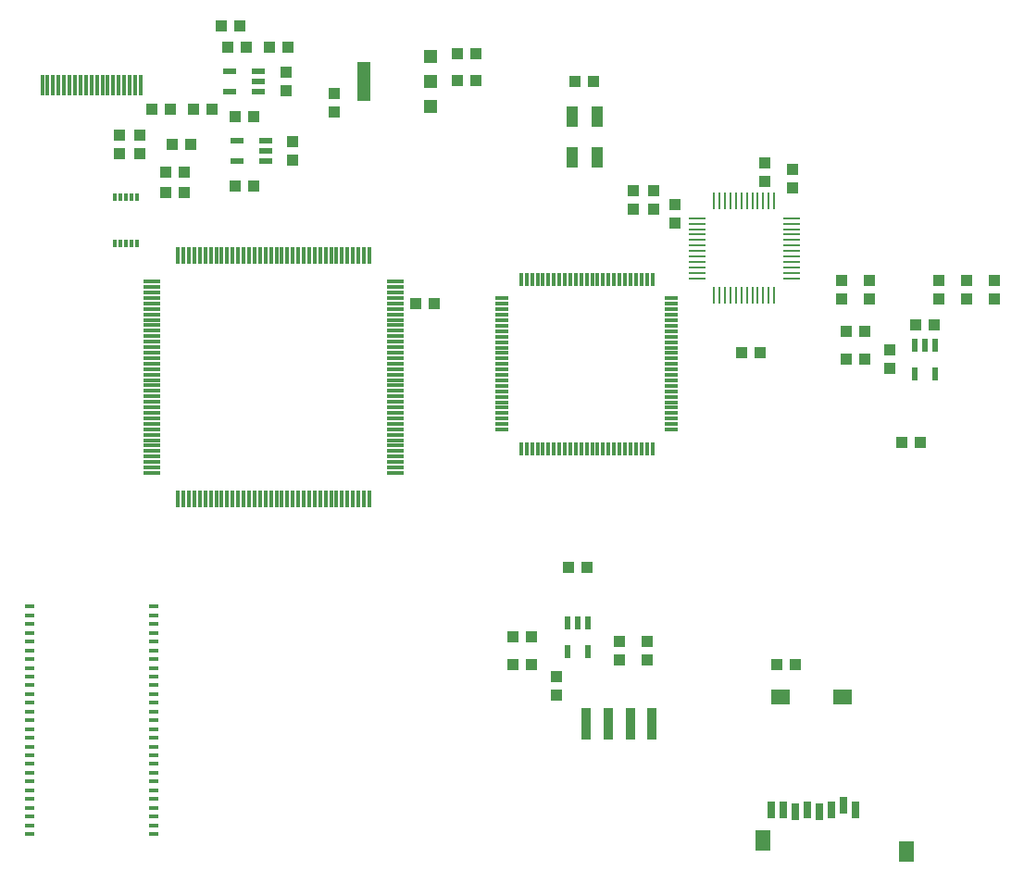
<source format=gtp>
G75*
G70*
%OFA0B0*%
%FSLAX24Y24*%
%IPPOS*%
%LPD*%
%AMOC8*
5,1,8,0,0,1.08239X$1,22.5*
%
%ADD10R,0.0709X0.0551*%
%ADD11R,0.0551X0.0748*%
%ADD12R,0.0315X0.0591*%
%ADD13R,0.0098X0.0591*%
%ADD14R,0.0591X0.0098*%
%ADD15R,0.0118X0.0630*%
%ADD16R,0.0630X0.0118*%
%ADD17R,0.0217X0.0472*%
%ADD18R,0.0394X0.0433*%
%ADD19R,0.0433X0.0394*%
%ADD20R,0.0472X0.0217*%
%ADD21R,0.0512X0.0512*%
%ADD22R,0.0512X0.1417*%
%ADD23R,0.0472X0.0118*%
%ADD24R,0.0118X0.0472*%
%ADD25R,0.0118X0.0748*%
%ADD26R,0.0354X0.0157*%
%ADD27R,0.0433X0.0748*%
%ADD28R,0.0354X0.1181*%
%ADD29R,0.0118X0.0276*%
D10*
X030407Y008132D03*
X032651Y008132D03*
D11*
X029777Y002955D03*
X034954Y002561D03*
D12*
X033120Y004077D03*
X032687Y004234D03*
X032254Y004077D03*
X031820Y003998D03*
X031387Y004077D03*
X030954Y003998D03*
X030521Y004077D03*
X030088Y004077D03*
D13*
X030183Y022597D03*
X029986Y022597D03*
X029789Y022597D03*
X029592Y022597D03*
X029395Y022597D03*
X029198Y022597D03*
X029002Y022597D03*
X028805Y022597D03*
X028608Y022597D03*
X028411Y022597D03*
X028214Y022597D03*
X028017Y022597D03*
X028017Y025983D03*
X028214Y025983D03*
X028411Y025983D03*
X028608Y025983D03*
X028805Y025983D03*
X029002Y025983D03*
X029198Y025983D03*
X029395Y025983D03*
X029592Y025983D03*
X029789Y025983D03*
X029986Y025983D03*
X030183Y025983D03*
D14*
X030793Y025372D03*
X030793Y025175D03*
X030793Y024979D03*
X030793Y024782D03*
X030793Y024585D03*
X030793Y024388D03*
X030793Y024191D03*
X030793Y023994D03*
X030793Y023797D03*
X030793Y023601D03*
X030793Y023404D03*
X030793Y023207D03*
X027407Y023207D03*
X027407Y023404D03*
X027407Y023601D03*
X027407Y023797D03*
X027407Y023994D03*
X027407Y024191D03*
X027407Y024388D03*
X027407Y024585D03*
X027407Y024782D03*
X027407Y024979D03*
X027407Y025175D03*
X027407Y025372D03*
D15*
X015606Y024013D03*
X015409Y024013D03*
X015212Y024013D03*
X015015Y024013D03*
X014818Y024013D03*
X014621Y024013D03*
X014424Y024013D03*
X014228Y024013D03*
X014031Y024013D03*
X013834Y024013D03*
X013637Y024013D03*
X013440Y024013D03*
X013243Y024013D03*
X013046Y024013D03*
X012850Y024013D03*
X012653Y024013D03*
X012456Y024013D03*
X012259Y024013D03*
X012062Y024013D03*
X011865Y024013D03*
X011669Y024013D03*
X011472Y024013D03*
X011275Y024013D03*
X011078Y024013D03*
X010881Y024013D03*
X010684Y024013D03*
X010487Y024013D03*
X010291Y024013D03*
X010094Y024013D03*
X009897Y024013D03*
X009700Y024013D03*
X009503Y024013D03*
X009306Y024013D03*
X009109Y024013D03*
X008913Y024013D03*
X008716Y024013D03*
X008716Y015273D03*
X008913Y015273D03*
X009109Y015273D03*
X009306Y015273D03*
X009503Y015273D03*
X009700Y015273D03*
X009897Y015273D03*
X010094Y015273D03*
X010291Y015273D03*
X010487Y015273D03*
X010684Y015273D03*
X010881Y015273D03*
X011078Y015273D03*
X011275Y015273D03*
X011472Y015273D03*
X011669Y015273D03*
X011865Y015273D03*
X012062Y015273D03*
X012259Y015273D03*
X012456Y015273D03*
X012653Y015273D03*
X012850Y015273D03*
X013046Y015273D03*
X013243Y015273D03*
X013440Y015273D03*
X013637Y015273D03*
X013834Y015273D03*
X014031Y015273D03*
X014228Y015273D03*
X014424Y015273D03*
X014621Y015273D03*
X014818Y015273D03*
X015015Y015273D03*
X015212Y015273D03*
X015409Y015273D03*
X015606Y015273D03*
D16*
X016531Y016198D03*
X016531Y016395D03*
X016531Y016592D03*
X016531Y016789D03*
X016531Y016986D03*
X016531Y017183D03*
X016531Y017379D03*
X016531Y017576D03*
X016531Y017773D03*
X016531Y017970D03*
X016531Y018167D03*
X016531Y018364D03*
X016531Y018560D03*
X016531Y018757D03*
X016531Y018954D03*
X016531Y019151D03*
X016531Y019348D03*
X016531Y019545D03*
X016531Y019742D03*
X016531Y019938D03*
X016531Y020135D03*
X016531Y020332D03*
X016531Y020529D03*
X016531Y020726D03*
X016531Y020923D03*
X016531Y021120D03*
X016531Y021316D03*
X016531Y021513D03*
X016531Y021710D03*
X016531Y021907D03*
X016531Y022104D03*
X016531Y022301D03*
X016531Y022497D03*
X016531Y022694D03*
X016531Y022891D03*
X016531Y023088D03*
X007791Y023088D03*
X007791Y022891D03*
X007791Y022694D03*
X007791Y022497D03*
X007791Y022301D03*
X007791Y022104D03*
X007791Y021907D03*
X007791Y021710D03*
X007791Y021513D03*
X007791Y021316D03*
X007791Y021120D03*
X007791Y020923D03*
X007791Y020726D03*
X007791Y020529D03*
X007791Y020332D03*
X007791Y020135D03*
X007791Y019938D03*
X007791Y019742D03*
X007791Y019545D03*
X007791Y019348D03*
X007791Y019151D03*
X007791Y018954D03*
X007791Y018757D03*
X007791Y018560D03*
X007791Y018364D03*
X007791Y018167D03*
X007791Y017970D03*
X007791Y017773D03*
X007791Y017576D03*
X007791Y017379D03*
X007791Y017183D03*
X007791Y016986D03*
X007791Y016789D03*
X007791Y016592D03*
X007791Y016395D03*
X007791Y016198D03*
D17*
X022726Y010801D03*
X023100Y010801D03*
X023474Y010801D03*
X023474Y009778D03*
X022726Y009778D03*
X035226Y019778D03*
X035974Y019778D03*
X035974Y020801D03*
X035600Y020801D03*
X035226Y020801D03*
D18*
X034350Y020624D03*
X034350Y019955D03*
X033600Y022455D03*
X033600Y023124D03*
X032600Y023124D03*
X032600Y022455D03*
X036100Y022455D03*
X036100Y023124D03*
X037100Y023124D03*
X037100Y022455D03*
X038100Y022455D03*
X038100Y023124D03*
X030850Y026455D03*
X030850Y027124D03*
X029850Y027374D03*
X029850Y026705D03*
X026600Y025874D03*
X025850Y025705D03*
X026600Y025205D03*
X025850Y026374D03*
X025100Y026374D03*
X025100Y025705D03*
X014350Y029205D03*
X014350Y029874D03*
X012600Y029955D03*
X012600Y030624D03*
X012850Y028124D03*
X012850Y027455D03*
X007350Y027705D03*
X007350Y028374D03*
X006600Y028374D03*
X006600Y027705D03*
X024600Y010124D03*
X024600Y009455D03*
X025600Y009455D03*
X025600Y010124D03*
X022350Y008874D03*
X022350Y008205D03*
D19*
X021435Y009290D03*
X020765Y009290D03*
X020765Y010290D03*
X021435Y010290D03*
X022765Y012790D03*
X023435Y012790D03*
X030265Y009290D03*
X030935Y009290D03*
X034765Y017290D03*
X035435Y017290D03*
X033435Y020290D03*
X032765Y020290D03*
X032765Y021290D03*
X033435Y021290D03*
X035265Y021540D03*
X035935Y021540D03*
X029685Y020540D03*
X029015Y020540D03*
X017935Y022290D03*
X017265Y022290D03*
X011435Y026540D03*
X010765Y026540D03*
X008935Y026290D03*
X008265Y026290D03*
X008265Y027040D03*
X008935Y027040D03*
X009185Y028040D03*
X008515Y028040D03*
X008435Y029290D03*
X007765Y029290D03*
X009265Y029290D03*
X009935Y029290D03*
X010765Y029040D03*
X011435Y029040D03*
X011185Y031540D03*
X010515Y031540D03*
X010265Y032290D03*
X010935Y032290D03*
X012015Y031540D03*
X012685Y031540D03*
X018765Y031290D03*
X019435Y031290D03*
X019435Y030340D03*
X018765Y030340D03*
X023015Y030290D03*
X023685Y030290D03*
D20*
X011862Y028164D03*
X011862Y027790D03*
X011862Y027416D03*
X010838Y027416D03*
X010838Y028164D03*
X010588Y029916D03*
X010588Y030664D03*
X011612Y030664D03*
X011612Y030290D03*
X011612Y029916D03*
D21*
X017801Y030290D03*
X017801Y031195D03*
X017801Y029384D03*
D22*
X015399Y030290D03*
D23*
X020380Y022483D03*
X020380Y022286D03*
X020380Y022090D03*
X020380Y021893D03*
X020380Y021696D03*
X020380Y021499D03*
X020380Y021302D03*
X020380Y021105D03*
X020380Y020908D03*
X020380Y020712D03*
X020380Y020515D03*
X020380Y020318D03*
X020380Y020121D03*
X020380Y019924D03*
X020380Y019727D03*
X020380Y019531D03*
X020380Y019334D03*
X020380Y019137D03*
X020380Y018940D03*
X020380Y018743D03*
X020380Y018546D03*
X020380Y018349D03*
X020380Y018153D03*
X020380Y017956D03*
X020380Y017759D03*
X026483Y017759D03*
X026483Y017956D03*
X026483Y018153D03*
X026483Y018349D03*
X026483Y018546D03*
X026483Y018743D03*
X026483Y018940D03*
X026483Y019137D03*
X026483Y019334D03*
X026483Y019531D03*
X026483Y019727D03*
X026483Y019924D03*
X026483Y020121D03*
X026483Y020318D03*
X026483Y020515D03*
X026483Y020712D03*
X026483Y020908D03*
X026483Y021105D03*
X026483Y021302D03*
X026483Y021499D03*
X026483Y021696D03*
X026483Y021893D03*
X026483Y022090D03*
X026483Y022286D03*
X026483Y022483D03*
D24*
X025794Y023172D03*
X025597Y023172D03*
X025400Y023172D03*
X025203Y023172D03*
X025006Y023172D03*
X024809Y023172D03*
X024613Y023172D03*
X024416Y023172D03*
X024219Y023172D03*
X024022Y023172D03*
X023825Y023172D03*
X023628Y023172D03*
X023431Y023172D03*
X023235Y023172D03*
X023038Y023172D03*
X022841Y023172D03*
X022644Y023172D03*
X022447Y023172D03*
X022250Y023172D03*
X022054Y023172D03*
X021857Y023172D03*
X021660Y023172D03*
X021463Y023172D03*
X021266Y023172D03*
X021069Y023172D03*
X021069Y017070D03*
X021266Y017070D03*
X021463Y017070D03*
X021660Y017070D03*
X021857Y017070D03*
X022054Y017070D03*
X022250Y017070D03*
X022447Y017070D03*
X022644Y017070D03*
X022841Y017070D03*
X023038Y017070D03*
X023235Y017070D03*
X023431Y017070D03*
X023628Y017070D03*
X023825Y017070D03*
X024022Y017070D03*
X024219Y017070D03*
X024416Y017070D03*
X024613Y017070D03*
X024809Y017070D03*
X025006Y017070D03*
X025203Y017070D03*
X025400Y017070D03*
X025597Y017070D03*
X025794Y017070D03*
D25*
X007372Y030166D03*
X007175Y030166D03*
X006978Y030166D03*
X006781Y030166D03*
X006584Y030166D03*
X006387Y030166D03*
X006191Y030166D03*
X005994Y030166D03*
X005797Y030166D03*
X005600Y030166D03*
X005403Y030166D03*
X005206Y030166D03*
X005009Y030166D03*
X004813Y030166D03*
X004616Y030166D03*
X004419Y030166D03*
X004222Y030166D03*
X004025Y030166D03*
X003828Y030166D03*
D26*
X003364Y003195D03*
X003364Y003510D03*
X003364Y003825D03*
X003364Y004140D03*
X003364Y004455D03*
X003364Y004770D03*
X003364Y005085D03*
X003364Y005400D03*
X003364Y005715D03*
X003364Y006030D03*
X003364Y006345D03*
X003364Y006660D03*
X003364Y006975D03*
X003364Y007290D03*
X003364Y007605D03*
X003364Y007920D03*
X003364Y008234D03*
X003364Y008549D03*
X003364Y008864D03*
X003364Y009179D03*
X003364Y009494D03*
X003364Y009809D03*
X003364Y010124D03*
X003364Y010439D03*
X003364Y010754D03*
X003364Y011069D03*
X003364Y011384D03*
X007836Y011384D03*
X007836Y011069D03*
X007836Y010754D03*
X007836Y010439D03*
X007836Y010124D03*
X007836Y009809D03*
X007836Y009494D03*
X007836Y009179D03*
X007836Y008864D03*
X007836Y008549D03*
X007836Y008234D03*
X007836Y007920D03*
X007836Y007605D03*
X007836Y007290D03*
X007836Y006975D03*
X007836Y006660D03*
X007836Y006345D03*
X007836Y006030D03*
X007836Y005715D03*
X007836Y005400D03*
X007836Y005085D03*
X007836Y004770D03*
X007836Y004455D03*
X007836Y004140D03*
X007836Y003825D03*
X007836Y003510D03*
X007836Y003195D03*
D27*
X022897Y027561D03*
X023803Y027561D03*
X023803Y029018D03*
X022897Y029018D03*
D28*
X023419Y007148D03*
X024206Y007148D03*
X024994Y007148D03*
X025781Y007148D03*
D29*
X007244Y024463D03*
X007047Y024463D03*
X006850Y024463D03*
X006653Y024463D03*
X006456Y024463D03*
X006456Y026116D03*
X006653Y026116D03*
X006850Y026116D03*
X007047Y026116D03*
X007244Y026116D03*
M02*

</source>
